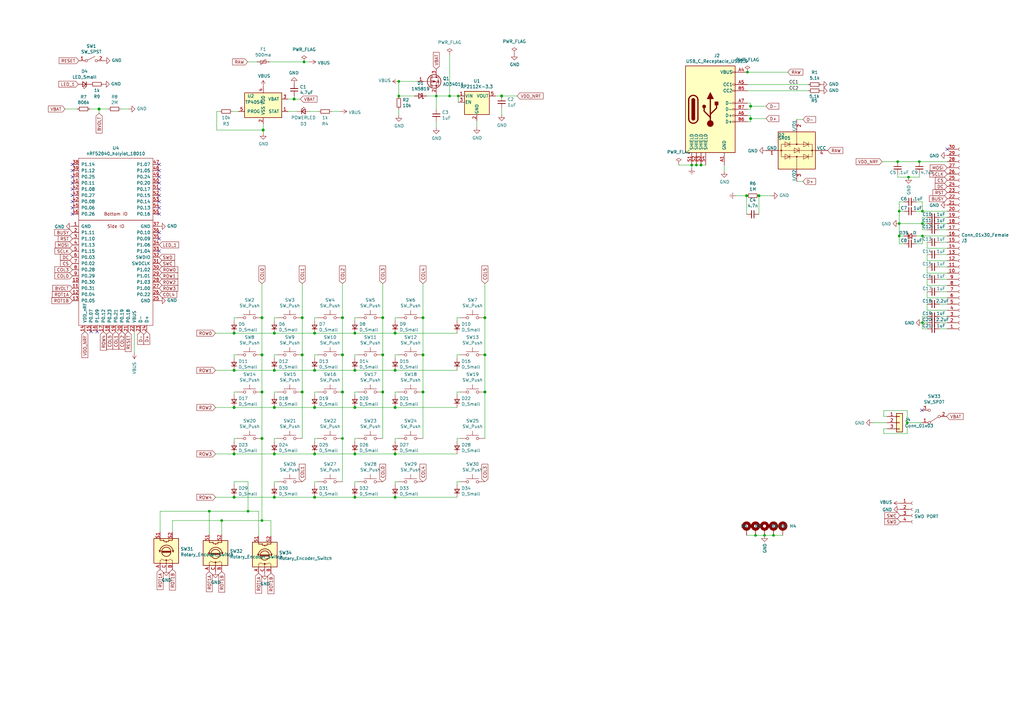
<source format=kicad_sch>
(kicad_sch (version 20211123) (generator eeschema)
  (paper "A3")
  (title_block (title "Hakea Wireless Keyboard") (date "2022-01-09") (rev "1.0") (company "TKW"))
  (junction (at 173.482 145.542) (diameter 1.016))
  (junction (at 112.522 203.962) (diameter 1.016))
  (junction (at 162.052 186.182) (diameter 1.016))
  (junction (at 307.848 48.641) (diameter 1.016))
  (junction (at 101.727 209.677))
  (junction (at 377.063 66.294))
  (junction (at 145.542 167.132) (diameter 1.016))
  (junction (at 163.576 33.401))
  (junction (at 317.246 219.583))
  (junction (at 85.852 209.677))
  (junction (at 112.522 136.652) (diameter 1.016))
  (junction (at 187.96 39.37))
  (junction (at 287.528 67.691))
  (junction (at 368.173 66.294))
  (junction (at 112.522 186.182) (diameter 1.016))
  (junction (at 90.932 213.487))
  (junction (at 163.576 39.37))
  (junction (at 198.882 145.542) (diameter 1.016))
  (junction (at 307.848 43.561) (diameter 1.016))
  (junction (at 107.442 130.302) (diameter 1.016))
  (junction (at 107.442 145.542) (diameter 1.016))
  (junction (at 372.618 72.644))
  (junction (at 129.032 203.962) (diameter 1.016))
  (junction (at 311.277 80.264) (diameter 1.016))
  (junction (at 162.052 167.132) (diameter 1.016))
  (junction (at 309.88 219.583))
  (junction (at 378.333 91.694))
  (junction (at 162.052 203.962) (diameter 1.016))
  (junction (at 140.462 130.302) (diameter 1.016))
  (junction (at 96.012 186.182) (diameter 1.016))
  (junction (at 162.052 151.892) (diameter 1.016))
  (junction (at 123.952 160.782) (diameter 1.016))
  (junction (at 140.462 145.542) (diameter 1.016))
  (junction (at 283.718 67.691))
  (junction (at 107.95 53.34) (diameter 1.016))
  (junction (at 96.012 136.652) (diameter 1.016))
  (junction (at 107.442 179.832) (diameter 1.016))
  (junction (at 378.333 96.774))
  (junction (at 129.032 136.652) (diameter 1.016))
  (junction (at 112.522 167.132) (diameter 1.016))
  (junction (at 156.972 145.542) (diameter 1.016))
  (junction (at 306.578 29.591))
  (junction (at 156.972 130.302) (diameter 1.016))
  (junction (at 112.522 151.892) (diameter 1.016))
  (junction (at 120.65 40.64) (diameter 1.016))
  (junction (at 378.333 132.334))
  (junction (at 96.012 167.132) (diameter 1.016))
  (junction (at 140.462 179.832))
  (junction (at 129.032 186.182) (diameter 1.016))
  (junction (at 378.333 86.614))
  (junction (at 129.032 151.892) (diameter 1.016))
  (junction (at 198.882 160.782) (diameter 1.016))
  (junction (at 173.482 160.782) (diameter 1.016))
  (junction (at 96.012 203.962) (diameter 1.016))
  (junction (at 198.882 130.302) (diameter 1.016))
  (junction (at 107.442 160.782) (diameter 1.016))
  (junction (at 173.482 130.302) (diameter 1.016))
  (junction (at 40.64 44.704) (diameter 1.016))
  (junction (at 145.542 136.652) (diameter 1.016))
  (junction (at 178.943 39.37))
  (junction (at 306.197 80.264) (diameter 1.016))
  (junction (at 124.714 25.4))
  (junction (at 313.563 219.583))
  (junction (at 145.542 186.182) (diameter 1.016))
  (junction (at 372.11 173.355))
  (junction (at 123.952 130.302) (diameter 1.016))
  (junction (at 140.462 160.782) (diameter 1.016))
  (junction (at 162.052 136.652) (diameter 1.016))
  (junction (at 145.542 151.892) (diameter 1.016))
  (junction (at 285.623 67.691))
  (junction (at 368.808 91.694))
  (junction (at 96.012 151.892) (diameter 1.016))
  (junction (at 368.808 86.614))
  (junction (at 107.442 213.487))
  (junction (at 129.032 167.132) (diameter 1.016))
  (junction (at 368.808 96.774))
  (junction (at 184.404 39.37))
  (junction (at 123.952 145.542) (diameter 1.016))
  (junction (at 156.972 160.782) (diameter 1.016))
  (junction (at 205.74 39.37) (diameter 1.016))
  (junction (at 145.542 203.962) (diameter 1.016))
  (no_connect (at 378.079 168.275))
  (no_connect (at 65.278 102.997))
  (no_connect (at 388.493 61.214))
  (no_connect (at 29.718 72.517))
  (no_connect (at 29.718 69.977))
  (no_connect (at 29.718 77.597))
  (no_connect (at 29.718 75.057))
  (no_connect (at 29.718 67.437))
  (no_connect (at 65.278 72.517))
  (no_connect (at 65.278 75.057))
  (no_connect (at 65.278 77.597))
  (no_connect (at 65.278 82.677))
  (no_connect (at 65.278 67.437))
  (no_connect (at 65.278 69.977))
  (no_connect (at 65.278 80.137))
  (no_connect (at 65.278 85.217))
  (no_connect (at 65.278 87.757))
  (no_connect (at 29.718 80.137))
  (no_connect (at 29.718 82.677))
  (no_connect (at 29.718 85.217))
  (no_connect (at 29.718 87.757))
  (no_connect (at 37.338 136.017))
  (no_connect (at 39.878 136.017))
  (no_connect (at 65.278 95.377))
  (no_connect (at 65.278 97.917))
  (wire (pts (xy 156.972 130.302) (xy 156.972 145.542)))
  (wire (pts (xy 306.197 219.583) (xy 309.88 219.583)))
  (wire (pts (xy 187.452 197.612) (xy 188.722 197.612)))
  (wire (pts (xy 307.848 42.291) (xy 307.848 43.561)))
  (wire (pts (xy 306.578 42.291) (xy 307.848 42.291)))
  (wire (pts (xy 112.522 181.102) (xy 112.522 179.832)))
  (wire (pts (xy 36.83 44.704) (xy 40.64 44.704)))
  (wire (pts (xy 129.032 151.892) (xy 145.542 151.892)))
  (wire (pts (xy 163.576 33.401) (xy 171.323 33.401)))
  (wire (pts (xy 88.392 167.132) (xy 96.012 167.132)))
  (wire (pts (xy 129.032 160.782) (xy 130.302 160.782)))
  (wire (pts (xy 129.032 181.102) (xy 129.032 179.832)))
  (wire (pts (xy 120.65 40.64) (xy 123.19 40.64)))
  (wire (pts (xy 95.25 45.72) (xy 97.79 45.72)))
  (wire (pts (xy 140.462 130.302) (xy 140.462 145.542)))
  (wire (pts (xy 101.727 197.612) (xy 101.727 209.677)))
  (wire (pts (xy 88.9 45.72) (xy 88.9 53.34)))
  (wire (pts (xy 195.58 49.53) (xy 195.58 52.197)))
  (wire (pts (xy 380.238 112.014) (xy 388.493 112.014)))
  (wire (pts (xy 96.012 130.302) (xy 97.282 130.302)))
  (wire (pts (xy 112.522 198.882) (xy 112.522 197.612)))
  (wire (pts (xy 380.238 106.934) (xy 388.493 106.934)))
  (wire (pts (xy 307.848 43.561) (xy 314.198 43.561)))
  (wire (pts (xy 40.64 44.704) (xy 40.64 46.482)))
  (wire (pts (xy 198.882 145.542) (xy 198.882 160.782)))
  (wire (pts (xy 96.012 145.542) (xy 97.282 145.542)))
  (wire (pts (xy 311.277 87.884) (xy 311.277 80.264)))
  (wire (pts (xy 65.659 218.313) (xy 65.659 209.677)))
  (wire (pts (xy 49.53 44.704) (xy 52.832 44.704)))
  (wire (pts (xy 307.848 44.831) (xy 306.578 44.831)))
  (wire (pts (xy 306.197 80.264) (xy 306.197 87.884)))
  (wire (pts (xy 88.392 136.652) (xy 96.012 136.652)))
  (wire (pts (xy 145.542 146.812) (xy 145.542 145.542)))
  (wire (pts (xy 187.452 181.102) (xy 187.452 179.832)))
  (wire (pts (xy 112.522 136.652) (xy 129.032 136.652)))
  (wire (pts (xy 96.012 186.182) (xy 112.522 186.182)))
  (wire (pts (xy 378.333 96.774) (xy 375.793 96.774)))
  (wire (pts (xy 306.578 47.371) (xy 307.848 47.371)))
  (wire (pts (xy 178.943 49.784) (xy 178.943 52.324)))
  (wire (pts (xy 123.952 116.332) (xy 123.952 130.302)))
  (wire (pts (xy 368.173 72.644) (xy 372.618 72.644)))
  (wire (pts (xy 70.739 213.487) (xy 90.932 213.487)))
  (wire (pts (xy 162.052 145.542) (xy 163.322 145.542)))
  (wire (pts (xy 118.11 40.64) (xy 120.65 40.64)))
  (wire (pts (xy 112.522 131.572) (xy 112.522 130.302)))
  (wire (pts (xy 106.045 219.837) (xy 106.045 209.677)))
  (wire (pts (xy 112.522 197.612) (xy 113.792 197.612)))
  (wire (pts (xy 162.052 197.612) (xy 163.322 197.612)))
  (wire (pts (xy 388.493 132.334) (xy 385.318 132.334)))
  (wire (pts (xy 388.493 134.874) (xy 385.318 134.874)))
  (wire (pts (xy 372.11 173.355) (xy 378.079 173.355)))
  (wire (pts (xy 163.576 33.401) (xy 163.576 39.37)))
  (wire (pts (xy 380.238 99.314) (xy 380.238 101.854)))
  (wire (pts (xy 65.659 209.677) (xy 85.852 209.677)))
  (wire (pts (xy 388.493 96.774) (xy 378.333 96.774)))
  (wire (pts (xy 368.808 96.774) (xy 370.713 96.774)))
  (wire (pts (xy 129.032 131.572) (xy 129.032 130.302)))
  (wire (pts (xy 85.852 219.202) (xy 85.852 209.677)))
  (wire (pts (xy 162.052 181.102) (xy 162.052 179.832)))
  (wire (pts (xy 380.238 127.254) (xy 388.493 127.254)))
  (wire (pts (xy 184.404 22.479) (xy 184.404 39.37)))
  (wire (pts (xy 145.542 197.612) (xy 146.812 197.612)))
  (wire (pts (xy 129.032 162.052) (xy 129.032 160.782)))
  (wire (pts (xy 145.542 186.182) (xy 162.052 186.182)))
  (wire (pts (xy 96.012 198.882) (xy 96.012 197.612)))
  (wire (pts (xy 285.623 67.691) (xy 287.528 67.691)))
  (wire (pts (xy 380.238 117.094) (xy 388.493 117.094)))
  (wire (pts (xy 163.576 39.37) (xy 163.576 39.624)))
  (wire (pts (xy 162.052 160.782) (xy 163.322 160.782)))
  (wire (pts (xy 377.063 72.644) (xy 377.063 71.374)))
  (wire (pts (xy 96.012 136.652) (xy 112.522 136.652)))
  (wire (pts (xy 378.333 82.804) (xy 378.333 86.614)))
  (wire (pts (xy 378.333 132.334) (xy 378.333 129.794)))
  (wire (pts (xy 145.542 162.052) (xy 145.542 160.782)))
  (wire (pts (xy 205.74 44.45) (xy 205.74 46.99)))
  (wire (pts (xy 375.793 82.804) (xy 378.333 82.804)))
  (wire (pts (xy 156.972 116.332) (xy 156.972 130.302)))
  (wire (pts (xy 380.238 119.634) (xy 380.238 122.174)))
  (wire (pts (xy 90.932 213.487) (xy 107.442 213.487)))
  (wire (pts (xy 140.462 145.542) (xy 140.462 160.782)))
  (wire (pts (xy 55.118 144.653) (xy 55.118 136.017)))
  (wire (pts (xy 357.886 173.355) (xy 363.855 173.355)))
  (wire (pts (xy 163.576 44.704) (xy 163.576 47.244)))
  (wire (pts (xy 96.012 131.572) (xy 96.012 130.302)))
  (wire (pts (xy 111.125 213.487) (xy 107.442 213.487)))
  (wire (pts (xy 187.452 146.812) (xy 187.452 145.542)))
  (wire (pts (xy 156.972 145.542) (xy 156.972 160.782)))
  (wire (pts (xy 388.493 124.714) (xy 385.318 124.714)))
  (wire (pts (xy 388.493 119.634) (xy 385.318 119.634)))
  (wire (pts (xy 380.238 122.174) (xy 388.493 122.174)))
  (wire (pts (xy 101.6 25.4) (xy 105.41 25.4)))
  (wire (pts (xy 156.972 160.782) (xy 156.972 179.832)))
  (wire (pts (xy 145.542 160.782) (xy 146.812 160.782)))
  (wire (pts (xy 145.542 203.962) (xy 162.052 203.962)))
  (wire (pts (xy 162.052 146.812) (xy 162.052 145.542)))
  (wire (pts (xy 118.11 45.72) (xy 121.92 45.72)))
  (wire (pts (xy 140.462 179.832) (xy 140.462 197.612)))
  (wire (pts (xy 107.95 50.8) (xy 107.95 53.34)))
  (wire (pts (xy 96.012 197.612) (xy 101.727 197.612)))
  (wire (pts (xy 380.238 104.394) (xy 380.238 106.934)))
  (wire (pts (xy 90.17 45.72) (xy 88.9 45.72)))
  (wire (pts (xy 40.64 44.704) (xy 44.45 44.704)))
  (wire (pts (xy 96.012 203.962) (xy 112.522 203.962)))
  (wire (pts (xy 175.006 39.37) (xy 178.943 39.37)))
  (wire (pts (xy 173.482 116.332) (xy 173.482 130.302)))
  (wire (pts (xy 380.238 109.474) (xy 380.238 112.014)))
  (wire (pts (xy 163.576 39.37) (xy 169.926 39.37)))
  (wire (pts (xy 326.771 74.422) (xy 329.311 74.422)))
  (wire (pts (xy 107.95 53.34) (xy 107.95 54.61)))
  (wire (pts (xy 178.943 39.37) (xy 178.943 44.704)))
  (wire (pts (xy 145.542 136.652) (xy 162.052 136.652)))
  (wire (pts (xy 96.012 162.052) (xy 96.012 160.782)))
  (wire (pts (xy 162.052 186.182) (xy 187.452 186.182)))
  (wire (pts (xy 173.482 160.782) (xy 173.482 179.832)))
  (wire (pts (xy 145.542 151.892) (xy 162.052 151.892)))
  (wire (pts (xy 375.793 86.614) (xy 378.333 86.614)))
  (wire (pts (xy 283.718 67.691) (xy 285.623 67.691)))
  (wire (pts (xy 85.852 209.677) (xy 101.727 209.677)))
  (wire (pts (xy 123.952 160.782) (xy 123.952 179.832)))
  (wire (pts (xy 124.714 25.4) (xy 127 25.4)))
  (wire (pts (xy 145.542 181.102) (xy 145.542 179.832)))
  (wire (pts (xy 368.808 86.614) (xy 368.808 91.694)))
  (wire (pts (xy 145.542 179.832) (xy 146.812 179.832)))
  (wire (pts (xy 107.442 116.332) (xy 107.442 130.302)))
  (wire (pts (xy 129.032 167.132) (xy 145.542 167.132)))
  (wire (pts (xy 301.752 80.264) (xy 306.197 80.264)))
  (wire (pts (xy 145.542 145.542) (xy 146.812 145.542)))
  (wire (pts (xy 283.718 67.691) (xy 278.384 67.691)))
  (wire (pts (xy 205.74 39.37) (xy 212.09 39.37)))
  (wire (pts (xy 123.952 130.302) (xy 123.952 145.542)))
  (wire (pts (xy 187.452 131.572) (xy 187.452 130.302)))
  (wire (pts (xy 112.522 203.962) (xy 129.032 203.962)))
  (wire (pts (xy 388.493 109.474) (xy 385.318 109.474)))
  (wire (pts (xy 380.238 114.554) (xy 380.238 117.094)))
  (wire (pts (xy 287.528 67.691) (xy 289.433 67.691)))
  (wire (pts (xy 107.442 160.782) (xy 107.442 179.832)))
  (wire (pts (xy 187.452 179.832) (xy 188.722 179.832)))
  (wire (pts (xy 323.088 29.591) (xy 306.578 29.591)))
  (wire (pts (xy 361.823 66.294) (xy 368.173 66.294)))
  (wire (pts (xy 283.718 68.961) (xy 283.718 67.691)))
  (wire (pts (xy 362.458 177.8) (xy 372.11 177.8)))
  (wire (pts (xy 112.522 146.812) (xy 112.522 145.542)))
  (wire (pts (xy 378.333 86.614) (xy 388.493 86.614)))
  (wire (pts (xy 107.442 179.832) (xy 107.442 213.487)))
  (wire (pts (xy 306.578 34.671) (xy 331.597 34.671)))
  (wire (pts (xy 388.493 114.554) (xy 385.318 114.554)))
  (wire (pts (xy 368.173 71.374) (xy 368.173 72.644)))
  (wire (pts (xy 368.808 82.804) (xy 368.808 86.614)))
  (wire (pts (xy 317.246 219.583) (xy 321.056 219.583)))
  (wire (pts (xy 96.012 151.892) (xy 112.522 151.892)))
  (wire (pts (xy 129.032 146.812) (xy 129.032 145.542)))
  (wire (pts (xy 184.404 39.37) (xy 187.96 39.37)))
  (wire (pts (xy 129.032 130.302) (xy 130.302 130.302)))
  (wire (pts (xy 96.012 167.132) (xy 112.522 167.132)))
  (wire (pts (xy 203.2 39.37) (xy 205.74 39.37)))
  (wire (pts (xy 162.052 131.572) (xy 162.052 130.302)))
  (wire (pts (xy 145.542 167.132) (xy 162.052 167.132)))
  (wire (pts (xy 378.333 89.154) (xy 378.333 91.694)))
  (wire (pts (xy 110.49 25.4) (xy 124.714 25.4)))
  (wire (pts (xy 106.045 209.677) (xy 101.727 209.677)))
  (wire (pts (xy 178.943 38.481) (xy 178.943 39.37)))
  (wire (pts (xy 162.052 179.832) (xy 163.322 179.832)))
  (wire (pts (xy 127 45.72) (xy 130.81 45.72)))
  (wire (pts (xy 313.563 219.583) (xy 317.246 219.583)))
  (wire (pts (xy 380.238 91.694) (xy 378.333 91.694)))
  (wire (pts (xy 120.65 39.37) (xy 120.65 40.64)))
  (wire (pts (xy 70.739 218.313) (xy 70.739 213.487)))
  (wire (pts (xy 107.442 130.302) (xy 107.442 145.542)))
  (wire (pts (xy 307.848 47.371) (xy 307.848 48.641)))
  (wire (pts (xy 378.333 134.874) (xy 378.333 132.334)))
  (wire (pts (xy 198.882 160.782) (xy 198.882 179.832)))
  (wire (pts (xy 378.333 91.694) (xy 378.333 94.234)))
  (wire (pts (xy 178.943 39.37) (xy 184.404 39.37)))
  (wire (pts (xy 187.452 160.782) (xy 188.722 160.782)))
  (wire (pts (xy 107.442 145.542) (xy 107.442 160.782)))
  (wire (pts (xy 123.952 145.542) (xy 123.952 160.782)))
  (wire (pts (xy 378.333 91.694) (xy 368.808 91.694)))
  (wire (pts (xy 112.522 179.832) (xy 113.792 179.832)))
  (wire (pts (xy 378.333 129.794) (xy 380.238 129.794)))
  (wire (pts (xy 388.493 91.694) (xy 385.318 91.694)))
  (wire (pts (xy 96.012 146.812) (xy 96.012 145.542)))
  (wire (pts (xy 112.522 145.542) (xy 113.792 145.542)))
  (wire (pts (xy 129.032 136.652) (xy 145.542 136.652)))
  (wire (pts (xy 372.11 168.402) (xy 362.458 168.402)))
  (wire (pts (xy 370.713 86.614) (xy 368.808 86.614)))
  (wire (pts (xy 187.452 145.542) (xy 188.722 145.542)))
  (wire (pts (xy 372.11 173.355) (xy 372.11 168.402)))
  (wire (pts (xy 96.012 179.832) (xy 97.282 179.832)))
  (wire (pts (xy 129.032 203.962) (xy 145.542 203.962)))
  (wire (pts (xy 26.67 44.704) (xy 31.75 44.704)))
  (wire (pts (xy 112.522 167.132) (xy 129.032 167.132)))
  (wire (pts (xy 145.542 130.302) (xy 146.812 130.302)))
  (wire (pts (xy 368.173 66.294) (xy 377.063 66.294)))
  (wire (pts (xy 380.238 132.334) (xy 378.333 132.334)))
  (wire (pts (xy 187.452 198.882) (xy 187.452 197.612)))
  (wire (pts (xy 162.052 203.962) (xy 187.452 203.962)))
  (wire (pts (xy 326.771 49.022) (xy 329.311 49.022)))
  (wire (pts (xy 307.848 48.641) (xy 307.848 49.911)))
  (wire (pts (xy 173.482 145.542) (xy 173.482 160.782)))
  (wire (pts (xy 187.96 39.37) (xy 187.96 41.91)))
  (wire (pts (xy 88.9 53.34) (xy 107.95 53.34)))
  (wire (pts (xy 96.012 181.102) (xy 96.012 179.832)))
  (wire (pts (xy 162.052 167.132) (xy 187.452 167.132)))
  (wire (pts (xy 388.493 99.314) (xy 385.318 99.314)))
  (wire (pts (xy 111.125 219.837) (xy 111.125 213.487)))
  (wire (pts (xy 173.482 130.302) (xy 173.482 145.542)))
  (wire (pts (xy 370.713 99.949) (xy 368.808 99.949)))
  (wire (pts (xy 306.578 37.211) (xy 331.597 37.211)))
  (wire (pts (xy 162.052 162.052) (xy 162.052 160.782)))
  (wire (pts (xy 129.032 186.182) (xy 145.542 186.182)))
  (wire (pts (xy 145.542 198.882) (xy 145.542 197.612)))
  (wire (pts (xy 370.713 82.804) (xy 368.808 82.804)))
  (wire (pts (xy 297.053 67.691) (xy 297.053 70.231)))
  (wire (pts (xy 309.88 219.583) (xy 313.563 219.583)))
  (wire (pts (xy 380.238 124.714) (xy 380.238 127.254)))
  (wire (pts (xy 375.793 99.949) (xy 378.333 99.949)))
  (wire (pts (xy 278.384 67.691) (xy 278.384 67.437)))
  (wire (pts (xy 378.333 94.234) (xy 380.238 94.234)))
  (wire (pts (xy 198.882 130.302) (xy 198.882 145.542)))
  (wire (pts (xy 112.522 151.892) (xy 129.032 151.892)))
  (wire (pts (xy 129.032 198.882) (xy 129.032 197.612)))
  (wire (pts (xy 363.855 175.895) (xy 362.458 175.895)))
  (wire (pts (xy 362.458 175.895) (xy 362.458 177.8)))
  (wire (pts (xy 362.458 168.402) (xy 362.458 170.815)))
  (wire (pts (xy 368.808 99.949) (xy 368.808 96.774)))
  (wire (pts (xy 307.848 49.911) (xy 306.578 49.911)))
  (wire (pts (xy 112.522 160.782) (xy 113.792 160.782)))
  (wire (pts (xy 378.333 99.949) (xy 378.333 96.774)))
  (wire (pts (xy 129.032 145.542) (xy 130.302 145.542)))
  (wire (pts (xy 377.063 66.294) (xy 388.493 66.294)))
  (wire (pts (xy 145.542 131.572) (xy 145.542 130.302)))
  (wire (pts (xy 380.238 134.874) (xy 378.333 134.874)))
  (wire (pts (xy 388.493 129.794) (xy 385.318 129.794)))
  (wire (pts (xy 385.318 94.234) (xy 388.493 94.234)))
  (wire (pts (xy 112.522 186.182) (xy 129.032 186.182)))
  (wire (pts (xy 135.89 45.72) (xy 139.7 45.72)))
  (wire (pts (xy 362.458 170.815) (xy 363.855 170.815)))
  (wire (pts (xy 372.618 72.644) (xy 377.063 72.644)))
  (wire (pts (xy 162.052 136.652) (xy 187.452 136.652)))
  (wire (pts (xy 187.452 162.052) (xy 187.452 160.782)))
  (wire (pts (xy 162.052 151.892) (xy 187.452 151.892)))
  (wire (pts (xy 88.392 203.962) (xy 96.012 203.962)))
  (wire (pts (xy 112.522 130.302) (xy 113.792 130.302)))
  (wire (pts (xy 88.392 151.892) (xy 96.012 151.892)))
  (wire (pts (xy 307.848 43.561) (xy 307.848 44.831)))
  (wire (pts (xy 388.493 89.154) (xy 385.318 89.154)))
  (wire (pts (xy 380.238 101.854) (xy 388.493 101.854)))
  (wire (pts (xy 388.493 104.394) (xy 385.318 104.394)))
  (wire (pts (xy 129.032 197.612) (xy 130.302 197.612)))
  (wire (pts (xy 380.238 89.154) (xy 378.333 89.154)))
  (wire (pts (xy 372.11 177.8) (xy 372.11 173.355)))
  (wire (pts (xy 88.392 186.182) (xy 96.012 186.182)))
  (wire (pts (xy 187.452 130.302) (xy 188.722 130.302)))
  (wire (pts (xy 112.522 162.052) (xy 112.522 160.782)))
  (wire (pts (xy 140.462 116.332) (xy 140.462 130.302)))
  (wire (pts (xy 162.052 130.302) (xy 163.322 130.302)))
  (wire (pts (xy 198.882 116.332) (xy 198.882 130.302)))
  (wire (pts (xy 129.032 179.832) (xy 130.302 179.832)))
  (wire (pts (xy 140.462 160.782) (xy 140.462 179.832)))
  (wire (pts (xy 311.277 80.264) (xy 316.357 80.264)))
  (wire (pts (xy 368.808 91.694) (xy 368.808 96.774)))
  (wire (pts (xy 90.932 219.202) (xy 90.932 213.487)))
  (wire (pts (xy 96.012 160.782) (xy 97.282 160.782)))
  (wire (pts (xy 307.848 48.641) (xy 314.198 48.641)))
  (wire (pts (xy 162.052 198.882) (xy 162.052 197.612)))
  (label "CC1" (at 323.596 34.671 0))
  (label "CC2" (at 323.596 37.211 0))
  (global_label "ROW2" (shape input) (at 88.392 167.132 180) (property "Intersheet References" "${INTERSHEET_REFS}" (effects hide)))
  (global_label "ROW0" (shape input) (at 88.392 136.652 180) (property "Intersheet References" "${INTERSHEET_REFS}" (effects hide)))
  (global_label "D-" (shape input) (at 329.311 49.022 0) (property "Intersheet References" "${INTERSHEET_REFS}" (effects hide)))
  (global_label "COL0" (shape input) (at 107.442 116.332 90) (property "Intersheet References" "${INTERSHEET_REFS}" (effects hide)))
  (global_label "BUSY" (shape input) (at 29.718 95.377 180) (property "Intersheet References" "${INTERSHEET_REFS}" (effects hide)))
  (global_label "COL3" (shape input) (at 156.972 116.332 90) (property "Intersheet References" "${INTERSHEET_REFS}" (effects hide)))
  (global_label "COL1" (shape input) (at 123.952 116.332 90) (property "Intersheet References" "${INTERSHEET_REFS}" (effects hide)))
  (global_label "ROW3" (shape input) (at 88.392 186.182 180) (property "Intersheet References" "${INTERSHEET_REFS}" (effects hide)))
  (global_label "MOSI" (shape input) (at 29.718 100.457 180) (property "Intersheet References" "${INTERSHEET_REFS}" (effects hide)))
  (global_label "VBAT" (shape input) (at 178.943 28.321 90) (property "Intersheet References" "${INTERSHEET_REFS}" (effects hide)))
  (global_label "D-" (shape input) (at 314.198 43.561 0) (property "Intersheet References" "${INTERSHEET_REFS}" (effects hide)))
  (global_label "COL2" (shape input) (at 50.038 136.017 270) (property "Intersheet References" "${INTERSHEET_REFS}" (effects hide)))
  (global_label "SCLK" (shape input) (at 29.718 102.997 180) (property "Intersheet References" "${INTERSHEET_REFS}" (effects hide)))
  (global_label "BVOLT" (shape input) (at 40.64 46.482 270) (property "Intersheet References" "${INTERSHEET_REFS}" (effects hide)))
  (global_label "LED_1" (shape input) (at 65.278 100.457 0) (property "Intersheet References" "${INTERSHEET_REFS}" (effects hide)))
  (global_label "SCLK" (shape input) (at 388.493 71.374 180) (property "Intersheet References" "${INTERSHEET_REFS}" (effects hide)))
  (global_label "ROW4" (shape input) (at 42.418 136.017 270) (property "Intersheet References" "${INTERSHEET_REFS}" (effects hide)))
  (global_label "COL3" (shape input) (at 29.718 110.617 180) (property "Intersheet References" "${INTERSHEET_REFS}" (effects hide)))
  (global_label "COL1" (shape input) (at 47.498 136.017 270) (property "Intersheet References" "${INTERSHEET_REFS}" (effects hide)))
  (global_label "DC" (shape input) (at 29.718 105.537 180) (property "Intersheet References" "${INTERSHEET_REFS}" (effects hide)))
  (global_label "COL0" (shape input) (at 156.972 197.612 90) (property "Intersheet References" "${INTERSHEET_REFS}" (effects hide)))
  (global_label "ROT1A" (shape input) (at 106.045 235.077 270) (property "Intersheet References" "${INTERSHEET_REFS}" (effects hide)))
  (global_label "RST" (shape input) (at 388.493 78.994 180) (property "Intersheet References" "${INTERSHEET_REFS}" (effects hide)))
  (global_label "COL3" (shape input) (at 198.882 197.612 90) (property "Intersheet References" "${INTERSHEET_REFS}" (effects hide)))
  (global_label "LED_1" (shape input) (at 32.131 34.544 180) (property "Intersheet References" "${INTERSHEET_REFS}" (effects hide)))
  (global_label "RST" (shape input) (at 29.718 97.917 180) (property "Intersheet References" "${INTERSHEET_REFS}" (effects hide)))
  (global_label "ROT1B" (shape input) (at 29.718 123.317 180) (property "Intersheet References" "${INTERSHEET_REFS}" (effects hide)))
  (global_label "COL4" (shape input) (at 65.278 120.777 0) (property "Intersheet References" "${INTERSHEET_REFS}" (effects hide)))
  (global_label "BUSY" (shape input) (at 388.493 81.534 180) (property "Intersheet References" "${INTERSHEET_REFS}" (effects hide)))
  (global_label "COL4" (shape input) (at 173.482 197.612 90) (property "Intersheet References" "${INTERSHEET_REFS}" (effects hide)))
  (global_label "COL5" (shape input) (at 198.882 116.332 90) (property "Intersheet References" "${INTERSHEET_REFS}" (effects hide)))
  (global_label "DC" (shape input) (at 388.493 76.454 180) (property "Intersheet References" "${INTERSHEET_REFS}" (effects hide)))
  (global_label "ROW3" (shape input) (at 65.278 118.237 0) (property "Intersheet References" "${INTERSHEET_REFS}" (effects hide)))
  (global_label "D+" (shape input) (at 314.198 48.641 0) (property "Intersheet References" "${INTERSHEET_REFS}" (effects hide)))
  (global_label "D+" (shape input) (at 60.198 136.017 270) (property "Intersheet References" "${INTERSHEET_REFS}" (effects hide)))
  (global_label "ROT1B" (shape input) (at 90.932 234.442 270) (property "Intersheet References" "${INTERSHEET_REFS}" (effects hide)))
  (global_label "VDD_NRF" (shape input) (at 361.823 66.294 180) (property "Intersheet References" "${INTERSHEET_REFS}" (effects hide)))
  (global_label "COL2" (shape input) (at 140.462 116.332 90) (property "Intersheet References" "${INTERSHEET_REFS}" (effects hide)))
  (global_label "ROT1A" (shape input) (at 85.852 234.442 270) (property "Intersheet References" "${INTERSHEET_REFS}" (effects hide)))
  (global_label "ROT1B" (shape input) (at 111.125 235.077 270) (property "Intersheet References" "${INTERSHEET_REFS}" (effects hide)))
  (global_label "ROT1A" (shape input) (at 65.659 233.553 270) (property "Intersheet References" "${INTERSHEET_REFS}" (effects hide)))
  (global_label "RESET" (shape input) (at 32.385 24.892 180) (property "Intersheet References" "${INTERSHEET_REFS}" (effects hide)))
  (global_label "RAW" (shape input) (at 101.6 25.4 180) (property "Intersheet References" "${INTERSHEET_REFS}" (effects hide)))
  (global_label "VBAT" (shape input) (at 123.19 40.64 0) (property "Intersheet References" "${INTERSHEET_REFS}" (effects hide)))
  (global_label "MOSI" (shape input) (at 388.493 68.834 180) (property "Intersheet References" "${INTERSHEET_REFS}" (effects hide)))
  (global_label "BVOLT" (shape input) (at 29.718 118.237 180) (property "Intersheet References" "${INTERSHEET_REFS}" (effects hide)))
  (global_label "ROW4" (shape input) (at 88.392 203.962 180) (property "Intersheet References" "${INTERSHEET_REFS}" (effects hide)))
  (global_label "VBAT" (shape input) (at 388.239 170.815 0) (property "Intersheet References" "${INTERSHEET_REFS}" (effects hide)))
  (global_label "SWD" (shape input) (at 369.189 213.995 180) (property "Intersheet References" "${INTERSHEET_REFS}" (effects hide)))
  (global_label "VDD_NRF" (shape input) (at 212.09 39.37 0) (property "Intersheet References" "${INTERSHEET_REFS}" (effects hide)))
  (global_label "ROW1" (shape input) (at 65.278 113.157 0) (property "Intersheet References" "${INTERSHEET_REFS}" (effects hide)))
  (global_label "VBAT" (shape input) (at 26.67 44.704 180) (property "Intersheet References" "${INTERSHEET_REFS}" (effects hide)))
  (global_label "COL4" (shape input) (at 173.482 116.332 90) (property "Intersheet References" "${INTERSHEET_REFS}" (effects hide)))
  (global_label "D+" (shape input) (at 329.311 74.422 0) (property "Intersheet References" "${INTERSHEET_REFS}" (effects hide)))
  (global_label "VDD_NRF" (shape input) (at 34.798 136.017 270) (property "Intersheet References" "${INTERSHEET_REFS}" (effects hide)))
  (global_label "RAW" (shape input) (at 339.471 61.722 0) (property "Intersheet References" "${INTERSHEET_REFS}" (effects hide)))
  (global_label "SWD" (shape input) (at 65.278 105.537 0) (property "Intersheet References" "${INTERSHEET_REFS}" (effects hide)))
  (global_label "ROW0" (shape input) (at 65.278 110.617 0) (property "Intersheet References" "${INTERSHEET_REFS}" (effects hide)))
  (global_label "CS" (shape input) (at 388.493 73.914 180) (property "Intersheet References" "${INTERSHEET_REFS}" (effects hide)))
  (global_label "CS" (shape input) (at 29.718 108.077 180) (property "Intersheet References" "${INTERSHEET_REFS}" (effects hide)))
  (global_label "ROT1A" (shape input) (at 29.718 120.777 180) (property "Intersheet References" "${INTERSHEET_REFS}" (effects hide)))
  (global_label "COL5" (shape input) (at 44.958 136.017 270) (property "Intersheet References" "${INTERSHEET_REFS}" (effects hide)))
  (global_label "RESET" (shape input) (at 52.578 136.017 270) (property "Intersheet References" "${INTERSHEET_REFS}" (effects hide)))
  (global_label "RAW" (shape input) (at 323.088 29.591 0) (property "Intersheet References" "${INTERSHEET_REFS}" (effects hide)))
  (global_label "ROW2" (shape input) (at 65.278 115.697 0) (property "Intersheet References" "${INTERSHEET_REFS}" (effects hide)))
  (global_label "COL1" (shape input) (at 123.952 197.612 90) (property "Intersheet References" "${INTERSHEET_REFS}" (effects hide)))
  (global_label "D-" (shape input) (at 57.658 136.017 270) (property "Intersheet References" "${INTERSHEET_REFS}" (effects hide)))
  (global_label "SWC" (shape input) (at 65.278 108.077 0) (property "Intersheet References" "${INTERSHEET_REFS}" (effects hide)))
  (global_label "ROW1" (shape input) (at 88.392 151.892 180) (property "Intersheet References" "${INTERSHEET_REFS}" (effects hide)))
  (global_label "ROT1B" (shape input) (at 70.739 233.553 270) (property "Intersheet References" "${INTERSHEET_REFS}" (effects hide)))
  (global_label "SWC" (shape input) (at 369.189 211.455 180) (property "Intersheet References" "${INTERSHEET_REFS}" (effects hide)))
  (global_label "COL0" (shape input) (at 29.718 113.157 180) (property "Intersheet References" "${INTERSHEET_REFS}" (effects hide)))
  (symbol (lib_id "nrf52840_holyiot_18010:nRF52840_holyiot_18010") (at 47.498 99.187 0) (unit 1)
    (property "Reference" "U4" (at 47.498 60.706 0))
    (property "Value" "nRF52840_holyiot_18010" (at 47.498 63.0174 0))
    (property "Footprint" "Grandiceps:nRF52840_holyiot_18010_copy" (effects hide))
    (property "Datasheet" "http://www.holyiot.com/tp/2019042516322180424.pdf" (effects hide))
  )
  (symbol (lib_id "power:GND") (at 65.278 92.837 90) (unit 1)
    (property "Reference" "#PWR023" (effects hide))
    (property "Value" "GND" (at 68.5292 92.71 90) (effects (justify right)))
  )
  (symbol (lib_id "power:GND") (at 29.718 92.837 270) (unit 1)
    (property "Reference" "#PWR022" (effects hide))
    (property "Value" "GND" (at 26.4668 92.964 90) (effects (justify right)))
  )
  (symbol (lib_id "power:GND") (at 65.278 123.317 90) (unit 1)
    (property "Reference" "#PWR025" (effects hide))
    (property "Value" "GND" (at 68.5292 123.19 90) (effects (justify right)))
  )
  (symbol (lib_id "power:GND") (at 369.189 208.915 270) (unit 1)
    (property "Reference" "#PWR031" (effects hide))
    (property "Value" "GND" (at 365.9378 209.042 90) (effects (justify right)))
  )
  (symbol (lib_id "power:Earth") (at 301.752 80.264 270) (unit 1)
    (property "Reference" "#PWR017" (effects hide))
    (property "Value" "Earth" (effects hide))
  )
  (symbol (lib_id "Device:R_Small") (at 308.737 80.264 270) (unit 1)
    (property "Reference" "R6" (at 308.737 75.2856 90))
    (property "Value" "1M" (at 308.737 77.597 90))
    (property "Footprint" "Library:R_0805_2012Metric" (effects hide))
  )
  (symbol (lib_id "Device:C_Small") (at 308.737 87.884 270) (unit 1)
    (property "Reference" "C4" (at 308.737 82.0674 90))
    (property "Value" "4.7n" (at 308.737 84.3788 90))
    (property "Footprint" "Library:C_1206_3216Metric" (effects hide))
  )
  (symbol (lib_id "power:GND") (at 316.357 80.264 90) (unit 1)
    (property "Reference" "#PWR018" (effects hide))
    (property "Value" "GND" (at 319.6082 80.137 90) (effects (justify right)))
  )
  (symbol (lib_id "Device:Polyfuse_Small") (at 107.95 25.4 270) (unit 1)
    (property "Reference" "F1" (at 107.95 20.193 90))
    (property "Value" "500ma" (at 107.95 22.5044 90))
    (property "Footprint" "Library:Fuse_1206_3216Metric" (effects hide))
  )
  (symbol (lib_id "power:VBUS") (at 127 25.4 270) (unit 1)
    (property "Reference" "#PWR01" (effects hide))
    (property "Value" "VBUS" (at 130.2512 25.781 90) (effects (justify left)))
  )
  (symbol (lib_id "Battery_Management:MCP73831-3-OT") (at 107.95 43.18 0) (unit 1)
    (property "Reference" "U2" (at 102.87 39.37 0))
    (property "Value" "TP4054" (at 104.14 41.91 0))
    (property "Footprint" "Package_TO_SOT_SMD:SOT-23-5" (effects hide))
    (property "Datasheet" "http://ww1.microchip.com/downloads/en/DeviceDoc/20001984g.pdf" (effects hide))
  )
  (symbol (lib_id "power:VBUS") (at 107.95 35.56 0) (unit 1)
    (property "Reference" "#PWR06" (effects hide))
    (property "Value" "VBUS" (at 108.331 31.1658 0))
  )
  (symbol (lib_id "power:GND") (at 107.95 54.61 0) (unit 1)
    (property "Reference" "#PWR015" (effects hide))
    (property "Value" "GND" (at 108.077 59.0042 0))
  )
  (symbol (lib_id "Device:R_Small") (at 92.71 45.72 90) (unit 1)
    (property "Reference" "R3" (at 92.71 50.8 90))
    (property "Value" "10k" (at 92.71 48.26 90))
    (property "Footprint" "Library:R_0805_2012Metric" (effects hide))
  )
  (symbol (lib_id "Device:LED_Small") (at 124.46 45.72 0) (unit 1)
    (property "Reference" "D3" (at 124.46 50.8 0))
    (property "Value" "POWERLED" (at 124.46 48.26 0))
    (property "Footprint" "Library:D_0805_2012Metric" (effects hide))
  )
  (symbol (lib_id "Device:R_Small") (at 133.35 45.72 270) (unit 1)
    (property "Reference" "R4" (at 133.35 50.8 90))
    (property "Value" "1k" (at 133.35 48.26 90))
    (property "Footprint" "Library:R_0805_2012Metric" (effects hide))
  )
  (symbol (lib_id "power:VBUS") (at 139.7 45.72 270) (unit 1)
    (property "Reference" "#PWR09" (effects hide))
    (property "Value" "VBUS" (at 142.9512 46.101 90) (effects (justify left)))
  )
  (symbol (lib_id "Device:C_Small") (at 120.65 36.83 180) (unit 1)
    (property "Reference" "C1" (at 122.9868 35.6616 0) (effects (justify right)))
    (property "Value" "4.7uF" (at 122.9868 37.973 0) (effects (justify right)))
    (property "Footprint" "Library:C_0805_2012Metric" (effects hide))
  )
  (symbol (lib_id "power:GND") (at 120.65 34.29 180) (unit 1)
    (property "Reference" "#PWR05" (effects hide))
    (property "Value" "GND" (at 120.523 29.8958 0))
  )
  (symbol (lib_id "Device:R_Small") (at 34.29 44.704 270) (unit 1)
    (property "Reference" "R7" (at 34.29 39.7256 90))
    (property "Value" "806k" (at 34.29 42.037 90))
    (property "Footprint" "Library:R_0805_2012Metric" (effects hide))
  )
  (symbol (lib_id "Device:R_Small") (at 46.99 44.704 270) (unit 1)
    (property "Reference" "R8" (at 46.99 39.7256 90))
    (property "Value" "2M" (at 46.99 42.037 90))
    (property "Footprint" "Library:R_0805_2012Metric" (effects hide))
  )
  (symbol (lib_id "power:GND") (at 52.832 44.704 90) (unit 1)
    (property "Reference" "#PWR020" (effects hide))
    (property "Value" "GND" (at 56.0832 44.577 90) (effects (justify right)))
  )
  (symbol (lib_id "Regulator_Linear:AP2112K-3.3") (at 195.58 41.91 0) (unit 1)
    (property "Reference" "U1" (at 195.58 33.2232 0))
    (property "Value" "AP2112K-3.3" (at 195.58 35.5346 0))
    (property "Footprint" "Package_TO_SOT_SMD:SOT-23-5" (effects hide))
    (property "Datasheet" "https://www.diodes.com/assets/Datasheets/AP2112.pdf" (effects hide))
  )
  (symbol (lib_id "power:GND") (at 195.58 52.197 0) (unit 1)
    (property "Reference" "#PWR013" (effects hide))
    (property "Value" "GND" (at 195.707 56.5912 0))
  )
  (symbol (lib_id "Transistor_FET:AO3401A") (at 176.403 33.401 0) (unit 1)
    (property "Reference" "Q1" (at 181.61 32.2326 0) (effects (justify left)))
    (property "Value" "AO3401A" (at 181.61 34.544 0) (effects (justify left)))
    (property "Footprint" "Package_TO_SOT_SMD:SOT-23" (effects hide))
    (property "Datasheet" "http://www.aosmd.com/pdfs/datasheet/AO3401A.pdf" (effects hide))
  )
  (symbol (lib_id "power:VBUS") (at 163.576 33.401 90) (unit 1)
    (property "Reference" "#PWR03" (effects hide))
    (property "Value" "VBUS" (at 160.3502 33.02 90) (effects (justify left)))
  )
  (symbol (lib_id "Device:R_Small") (at 163.576 42.164 0) (unit 1)
    (property "Reference" "R2" (at 165.0746 40.9956 0) (effects (justify left)))
    (property "Value" "10k" (at 165.0746 43.307 0) (effects (justify left)))
    (property "Footprint" "Library:R_0805_2012Metric" (effects hide))
  )
  (symbol (lib_id "Device:D_Schottky_Small") (at 172.466 39.37 180) (unit 1)
    (property "Reference" "D1" (at 172.466 34.1122 0))
    (property "Value" "1N5819" (at 172.466 36.4236 0))
    (property "Footprint" "Diode_SMD:D_SOD-123" (effects hide))
  )
  (symbol (lib_id "power:GND") (at 163.576 47.244 0) (unit 1)
    (property "Reference" "#PWR08" (effects hide))
    (property "Value" "GND" (at 163.703 51.6382 0))
  )
  (symbol (lib_id "power:VBUS") (at 55.118 144.653 180) (unit 1)
    (property "Reference" "#PWR026" (effects hide))
    (property "Value" "VBUS" (at 55.118 151.003 90))
  )
  (symbol (lib_id "Connector:Conn_01x04_Female") (at 374.269 208.915 0) (unit 1)
    (property "Reference" "J1" (at 374.9802 209.5246 0) (effects (justify left)))
    (property "Value" "SWD PORT" (at 374.9802 211.836 0) (effects (justify left)))
    (property "Footprint" "Library:PinHeader_1x04_P2.54mm_Vertical" (effects hide))
  )
  (symbol (lib_id "power:VBUS") (at 369.189 206.375 90) (unit 1)
    (property "Reference" "#PWR030" (effects hide))
    (property "Value" "VBUS" (at 365.9632 205.994 90) (effects (justify left)))
  )
  (symbol (lib_id "Switch:SW_SPST") (at 37.465 24.892 0) (unit 1)
    (property "Reference" "SW1" (at 37.465 18.923 0))
    (property "Value" "SW_SPST" (at 37.465 21.2344 0))
    (property "Footprint" "Library:TC-1101V" (effects hide))
  )
  (symbol (lib_id "power:GND") (at 42.545 24.892 90) (unit 1)
    (property "Reference" "#PWR019" (effects hide))
    (property "Value" "GND" (at 45.7962 24.765 90) (effects (justify right)))
  )
  (symbol (lib_id "Device:C_Small") (at 178.943 47.244 0) (unit 1)
    (property "Reference" "C3" (at 181.2798 46.0756 0) (effects (justify left)))
    (property "Value" "1uF" (at 181.2798 48.387 0) (effects (justify left)))
    (property "Footprint" "Library:C_0805_2012Metric" (effects hide))
  )
  (symbol (lib_id "power:GND") (at 178.943 52.324 0) (unit 1)
    (property "Reference" "#PWR012" (effects hide))
    (property "Value" "GND" (at 179.07 56.7182 0))
  )
  (symbol (lib_id "Device:C_Small") (at 205.74 41.91 0) (unit 1)
    (property "Reference" "C2" (at 208.0768 40.7416 0) (effects (justify left)))
    (property "Value" "1uF" (at 208.0768 43.053 0) (effects (justify left)))
    (property "Footprint" "Library:C_0805_2012Metric" (effects hide))
  )
  (symbol (lib_id "power:GND") (at 205.74 46.99 0) (unit 1)
    (property "Reference" "#PWR010" (effects hide))
    (property "Value" "GND" (at 205.867 51.3842 0))
  )
  (symbol (lib_id "Device:LED_Small") (at 34.671 34.544 180) (unit 1)
    (property "Reference" "D4" (at 34.671 29.2862 0))
    (property "Value" "LED_Small" (at 34.671 31.5976 0))
    (property "Footprint" "Library:D_0805_2012Metric" (effects hide))
  )
  (symbol (lib_id "Device:R_Small") (at 39.751 34.544 90) (unit 1)
    (property "Reference" "R9" (at 39.751 39.624 90))
    (property "Value" "1k" (at 39.751 37.084 90))
    (property "Footprint" "Library:R_0805_2012Metric" (effects hide))
  )
  (symbol (lib_id "power:GND") (at 42.291 34.544 90) (unit 1)
    (property "Reference" "#PWR021" (effects hide))
    (property "Value" "GND" (at 45.5422 34.417 90) (effects (justify right)))
  )
  (symbol (lib_id "Switch:SW_SPDT") (at 383.159 170.815 180) (unit 1)
    (property "Reference" "SW33" (at 383.159 162.56 0))
    (property "Value" "SW_SPDT" (at 383.159 164.8714 0))
    (property "Footprint" "Library:midmount_slide" (effects hide))
  )
  (symbol (lib_id "power:GND") (at 357.886 173.355 270) (unit 1)
    (property "Reference" "#PWR029" (effects hide))
    (property "Value" "GND" (at 354.6348 173.482 90) (effects (justify right)))
  )
  (symbol (lib_id "Device:C_Small") (at 377.063 68.834 0) (unit 1)
    (property "Reference" "C9" (at 375.158 70.739 0))
    (property "Value" "4.7uF" (at 380.238 70.739 0))
    (property "Footprint" "Capacitor_SMD:C_0402_1005Metric" (effects hide))
    (property "LCSC" "C23733" (effects hide))
  )
  (symbol (lib_id "Device:D_Small") (at 162.052 134.112 90) (unit 1)
    (property "Reference" "D9" (at 163.83 132.9436 90) (effects (justify right)))
    (property "Value" "D_Small" (at 163.83 135.255 90) (effects (justify right)))
    (property "Footprint" "Library:D_SOD-123" (effects hide))
  )
  (symbol (lib_id "Device:D_Small") (at 129.032 183.642 90) (unit 1)
    (property "Reference" "D25" (at 130.81 182.4736 90) (effects (justify right)))
    (property "Value" "D_Small" (at 130.81 184.785 90) (effects (justify right)))
    (property "Footprint" "Library:D_SOD-123" (effects hide))
  )
  (symbol (lib_id "power:GND") (at 336.677 37.211 90) (unit 1)
    (property "Reference" "#PWR0105" (effects hide))
    (property "Value" "GND" (at 339.9282 37.084 90) (effects (justify right)))
  )
  (symbol (lib_id "Switch:SW_Push") (at 168.402 160.782 0) (unit 1)
    (property "Reference" "SW18" (at 168.402 153.543 0))
    (property "Value" "SW_Push" (at 168.402 155.8544 0))
    (property "Footprint" "Library:MX-1U-Hotswap" (effects hide))
  )
  (symbol (lib_id "Switch:SW_Push") (at 118.872 130.302 0) (unit 1)
    (property "Reference" "SW3" (at 118.872 123.063 0))
    (property "Value" "SW_Push" (at 118.872 125.3744 0))
    (property "Footprint" "Library:MX-1U-Hotswap" (effects hide))
  )
  (symbol (lib_id "Device:D_Small") (at 187.452 149.352 90) (unit 1)
    (property "Reference" "D16" (at 189.23 148.1836 90) (effects (justify right)))
    (property "Value" "D_Small" (at 189.23 150.495 90) (effects (justify right)))
    (property "Footprint" "Library:D_SOD-123" (effects hide))
  )
  (symbol (lib_id "Switch:SW_Push") (at 193.802 160.782 0) (unit 1)
    (property "Reference" "SW19" (at 193.802 153.543 0))
    (property "Value" "SW_Push" (at 193.802 155.8544 0))
    (property "Footprint" "Library:MX-1U-Hotswap" (effects hide))
  )
  (symbol (lib_id "Device:D_Small") (at 112.522 164.592 90) (unit 1)
    (property "Reference" "D18" (at 114.3 163.4236 90) (effects (justify right)))
    (property "Value" "D_Small" (at 114.3 165.735 90) (effects (justify right)))
    (property "Footprint" "Library:D_SOD-123" (effects hide))
  )
  (symbol (lib_id "Device:C_Small") (at 382.778 99.314 90) (unit 1)
    (property "Reference" "C13" (at 380.238 98.044 90))
    (property "Value" "1uF" (at 385.953 98.044 90))
    (property "Footprint" "Capacitor_SMD:C_0402_1005Metric" (effects hide))
    (property "LCSC" "C52923" (effects hide))
  )
  (symbol (lib_id "Device:R_Small") (at 334.137 37.211 270) (unit 1)
    (property "Reference" "R5" (at 334.01 41.275 90))
    (property "Value" "5.1k" (at 334.01 39.497 90))
    (property "Footprint" "Library:R_0805_2012Metric" (effects hide))
  )
  (symbol (lib_id "Switch:SW_Push") (at 193.802 145.542 0) (unit 1)
    (property "Reference" "SW13" (at 193.802 138.303 0))
    (property "Value" "SW_Push" (at 193.802 140.6144 0))
    (property "Footprint" "Library:MX-1U-Hotswap" (effects hide))
  )
  (symbol (lib_id "Connector_Generic:Conn_01x03") (at 368.935 173.355 0) (unit 1)
    (property "Reference" "J4" (at 371.094 172.0849 0) (effects (justify left)))
    (property "Value" "Conn_01x03" (at 371.094 174.6249 0) (effects (justify left)))
    (property "Footprint" "Library:JST_PH_S3B-PH-K_1x03_P2.00mm_Horizontal" (effects hide))
  )
  (symbol (lib_id "Switch:SW_Push") (at 118.872 179.832 0) (unit 1)
    (property "Reference" "SW21" (at 118.872 172.593 0))
    (property "Value" "SW_Push" (at 118.872 174.9044 0))
    (property "Footprint" "Library:MX-1U-Hotswap" (effects hide))
  )
  (symbol (lib_id "power:PWR_FLAG") (at 306.578 29.591 0) (unit 1)
    (property "Reference" "#FLG0104" (effects hide))
    (property "Value" "PWR_FLAG" (at 306.578 24.511 0))
  )
  (symbol (lib_id "Switch:SW_Push") (at 102.362 179.832 0) (unit 1)
    (property "Reference" "SW20" (at 102.362 172.593 0))
    (property "Value" "SW_Push" (at 102.362 174.9044 0))
    (property "Footprint" "Library:MX-1U-Hotswap" (effects hide))
  )
  (symbol (lib_id "usb_c_receptacle_usb2.0:USB_C_Receptacle_USB2.0") (at 291.338 44.831 0) (unit 1)
    (property "Reference" "J2" (at 294.0558 22.8092 0))
    (property "Value" "USB_C_Receptacle_USB2.0" (at 294.0558 25.1206 0))
    (property "Footprint" "footprints-mikoto:USB-C_C168688" (effects hide))
    (property "Datasheet" "https://www.usb.org/sites/default/files/documents/usb_type-c.zip" (effects hide))
    (property "LCSC Part" "C168688" (effects hide))
    (property "JLC Part" "C168688" (effects hide))
  )
  (symbol (lib_id "Device:C_Small") (at 382.778 109.474 90) (unit 1)
    (property "Reference" "C15" (at 380.238 108.204 90))
    (property "Value" "1uF" (at 385.953 108.204 90))
    (property "Footprint" "Capacitor_SMD:C_0402_1005Metric" (effects hide))
    (property "LCSC" "C52923" (effects hide))
  )
  (symbol (lib_id "Device:C_Small") (at 382.778 91.694 90) (unit 1)
    (property "Reference" "C11" (at 380.238 90.424 90))
    (property "Value" "1uF" (at 385.953 90.424 90))
    (property "Footprint" "Capacitor_SMD:C_0402_1005Metric" (effects hide))
    (property "LCSC" "C52923" (effects hide))
  )
  (symbol (lib_id "Device:D_Small") (at 112.522 183.642 90) (unit 1)
    (property "Reference" "D24" (at 114.3 182.4736 90) (effects (justify right)))
    (property "Value" "D_Small" (at 114.3 184.785 90) (effects (justify right)))
    (property "Footprint" "Library:D_SOD-123" (effects hide))
  )
  (symbol (lib_id "power:GND") (at 68.199 233.553 0) (unit 1)
    (property "Reference" "#PWR0101" (effects hide))
    (property "Value" "GND" (at 68.326 237.9472 0))
  )
  (symbol (lib_id "Device:C_Small") (at 368.173 68.834 0) (unit 1)
    (property "Reference" "C5" (at 366.268 70.739 0))
    (property "Value" ".1uF" (at 370.713 70.739 0))
    (property "Footprint" "Capacitor_SMD:C_0402_1005Metric" (effects hide))
    (property "LCSC" "C1525" (effects hide))
  )
  (symbol (lib_id "Switch:SW_Push") (at 168.402 197.612 0) (unit 1)
    (property "Reference" "SW29" (at 168.402 190.373 0))
    (property "Value" "SW_Push" (at 168.402 192.6844 0))
    (property "Footprint" "Library:MX-1U-Hotswap" (effects hide))
  )
  (symbol (lib_id "Switch:SW_Push") (at 135.382 130.302 0) (unit 1)
    (property "Reference" "SW4" (at 135.382 123.063 0))
    (property "Value" "SW_Push" (at 135.382 125.3744 0))
    (property "Footprint" "Library:MX-1U-Hotswap" (effects hide))
  )
  (symbol (lib_id "Switch:SW_Push") (at 118.872 197.612 0) (unit 1)
    (property "Reference" "SW26" (at 118.872 190.373 0))
    (property "Value" "SW_Push" (at 118.872 192.6844 0))
    (property "Footprint" "Library:MX-1U-Hotswap" (effects hide))
  )
  (symbol (lib_id "Device:D_Small") (at 187.452 183.642 90) (unit 1)
    (property "Reference" "D28" (at 189.23 182.4736 90) (effects (justify right)))
    (property "Value" "D_Small" (at 189.23 184.785 90) (effects (justify right)))
    (property "Footprint" "Library:D_SOD-123" (effects hide))
  )
  (symbol (lib_id "Switch:SW_Push") (at 151.892 130.302 0) (unit 1)
    (property "Reference" "SW5" (at 151.892 123.063 0))
    (property "Value" "SW_Push" (at 151.892 125.3744 0))
    (property "Footprint" "Library:MX-1U-Hotswap" (effects hide))
  )
  (symbol (lib_id "Device:D_Small") (at 112.522 201.422 90) (unit 1)
    (property "Reference" "D30" (at 114.3 200.2536 90) (effects (justify right)))
    (property "Value" "D_Small" (at 114.3 202.565 90) (effects (justify right)))
    (property "Footprint" "Library:D_SOD-123" (effects hide))
  )
  (symbol (lib_id "Device:D_Small") (at 112.522 149.352 90) (unit 1)
    (property "Reference" "D12" (at 114.3 148.1836 90) (effects (justify right)))
    (property "Value" "D_Small" (at 114.3 150.495 90) (effects (justify right)))
    (property "Footprint" "Library:D_SOD-123" (effects hide))
  )
  (symbol (lib_id "Device:C_Small") (at 382.778 119.634 90) (unit 1)
    (property "Reference" "C17" (at 380.238 118.364 90))
    (property "Value" "1uF" (at 385.953 118.364 90))
    (property "Footprint" "Capacitor_SMD:C_0402_1005Metric" (effects hide))
    (property "LCSC" "C52923" (effects hide))
  )
  (symbol (lib_id "Device:C_Small") (at 382.778 134.874 90) (unit 1)
    (property "Reference" "C21" (at 380.238 133.604 90))
    (property "Value" "1uF" (at 385.953 133.604 90))
    (property "Footprint" "Capacitor_SMD:C_0402_1005Metric" (effects hide))
    (property "LCSC" "C52923" (effects hide))
  )
  (symbol (lib_id "Device:D_Small") (at 96.012 183.642 90) (unit 1)
    (property "Reference" "D23" (at 97.79 182.4736 90) (effects (justify right)))
    (property "Value" "D_Small" (at 97.79 184.785 90) (effects (justify right)))
    (property "Footprint" "Library:D_SOD-123" (effects hide))
  )
  (symbol (lib_id "Device:D_Small") (at 145.542 134.112 90) (unit 1)
    (property "Reference" "D8" (at 147.32 132.9436 90) (effects (justify right)))
    (property "Value" "D_Small" (at 147.32 135.255 90) (effects (justify right)))
    (property "Footprint" "Library:D_SOD-123" (effects hide))
  )
  (symbol (lib_id "power:GND") (at 314.071 61.722 270) (unit 1)
    (property "Reference" "#PWR0106" (effects hide))
    (property "Value" "GND" (at 310.8198 61.849 90) (effects (justify right)))
  )
  (symbol (lib_id "Device:D_Small") (at 187.452 201.422 90) (unit 1)
    (property "Reference" "D34" (at 189.23 200.2536 90) (effects (justify right)))
    (property "Value" "D_Small" (at 189.23 202.565 90) (effects (justify right)))
    (property "Footprint" "Library:D_SOD-123" (effects hide))
  )
  (symbol (lib_id "Device:D_Small") (at 145.542 201.422 90) (unit 1)
    (property "Reference" "D32" (at 147.32 200.2536 90) (effects (justify right)))
    (property "Value" "D_Small" (at 147.32 202.565 90) (effects (justify right)))
    (property "Footprint" "Library:D_SOD-123" (effects hide))
  )
  (symbol (lib_id "power:GND") (at 88.392 234.442 0) (unit 1)
    (property "Reference" "#PWR0102" (effects hide))
    (property "Value" "GND" (at 88.519 238.8362 0))
  )
  (symbol (lib_id "power:GND") (at 378.333 132.334 270) (unit 1)
    (property "Reference" "#PWR07" (effects hide))
    (property "Value" "GND" (at 375.0818 132.461 90) (effects (justify right)))
  )
  (symbol (lib_id "Switch:SW_Push") (at 193.802 179.832 0) (unit 1)
    (property "Reference" "SW25" (at 193.802 172.593 0))
    (property "Value" "SW_Push" (at 193.802 174.9044 0))
    (property "Footprint" "Library:MX-1U-Hotswap" (effects hide))
  )
  (symbol (lib_id "Mechanical:MountingHole_Pad") (at 309.88 217.043 0) (unit 1)
    (property "Reference" "H6" (at 306.578 215.7729 0) (effects (justify right)))
    (property "Value" "MountingHole" (effects hide))
    (property "Footprint" "Library:MountingHole_2.2mm_M2_ISO7380_Pad" (effects hide))
  )
  (symbol (lib_id "Device:D_Small") (at 129.032 134.112 90) (unit 1)
    (property "Reference" "D7" (at 130.81 132.9436 90) (effects (justify right)))
    (property "Value" "D_Small" (at 130.81 135.255 90) (effects (justify right)))
    (property "Footprint" "Library:D_SOD-123" (effects hide))
  )
  (symbol (lib_id "power:GND") (at 368.808 91.694 270) (unit 1)
    (property "Reference" "#PWR02" (effects hide))
    (property "Value" "GND" (at 365.5568 91.821 90) (effects (justify right)))
  )
  (symbol (lib_id "Switch:SW_Push") (at 168.402 179.832 0) (unit 1)
    (property "Reference" "SW24" (at 168.402 172.593 0))
    (property "Value" "SW_Push" (at 168.402 174.9044 0))
    (property "Footprint" "Library:MX-1U-Hotswap" (effects hide))
  )
  (symbol (lib_id "Switch:SW_Push") (at 151.892 160.782 0) (unit 1)
    (property "Reference" "SW17" (at 151.892 153.543 0))
    (property "Value" "SW_Push" (at 151.892 155.8544 0))
    (property "Footprint" "Library:MX-1U-Hotswap" (effects hide))
  )
  (symbol (lib_id "power:PWR_FLAG") (at 278.384 67.437 0) (unit 1)
    (property "Reference" "#FLG0103" (effects hide))
    (property "Value" "PWR_FLAG" (at 278.384 62.357 0))
  )
  (symbol (lib_id "power:GND") (at 210.947 22.098 0) (unit 1)
    (property "Reference" "#PWR0110" (effects hide))
    (property "Value" "GND" (at 211.074 26.4922 0))
  )
  (symbol (lib_id "power:GND") (at 313.563 219.583 0) (unit 1)
    (property "Reference" "#PWR0108" (effects hide))
    (property "Value" "GND" (at 313.69 222.8342 90) (effects (justify right)))
  )
  (symbol (lib_id "Switch:SW_Push") (at 135.382 160.782 0) (unit 1)
    (property "Reference" "SW16" (at 135.382 153.543 0))
    (property "Value" "SW_Push" (at 135.382 155.8544 0))
    (property "Footprint" "Library:MX-1U-Hotswap" (effects hide))
  )
  (symbol (lib_id "Device:D_Small") (at 129.032 201.422 90) (unit 1)
    (property "Reference" "D31" (at 130.81 200.2536 90) (effects (justify right)))
    (property "Value" "D_Small" (at 130.81 202.565 90) (effects (justify right)))
    (property "Footprint" "Library:D_SOD-123" (effects hide))
  )
  (symbol (lib_id "power:PWR_FLAG") (at 210.947 22.098 0) (unit 1)
    (property "Reference" "#FLG0102" (effects hide))
    (property "Value" "PWR_FLAG" (at 210.947 17.018 0))
  )
  (symbol (lib_id "Mechanical:MountingHole_Pad") (at 313.563 217.043 0) (unit 1)
    (property "Reference" "H5" (at 316.23 215.7729 0) (effects (justify left)))
    (property "Value" "MountingHole" (effects hide))
    (property "Footprint" "Library:MountingHole_2.2mm_M2_ISO7380_Pad" (effects hide))
  )
  (symbol (lib_id "Switch:SW_Push") (at 168.402 130.302 0) (unit 1)
    (property "Reference" "SW6" (at 168.402 123.063 0))
    (property "Value" "SW_Push" (at 168.402 125.3744 0))
    (property "Footprint" "Library:MX-1U-Hotswap" (effects hide))
  )
  (symbol (lib_id "power:GND") (at 372.618 72.644 0) (unit 1)
    (property "Reference" "#PWR04" (effects hide))
    (property "Value" "GND" (at 372.745 75.8952 90) (effects (justify right)))
  )
  (symbol (lib_id "Switch:SW_Push") (at 118.872 145.542 0) (unit 1)
    (property "Reference" "SW9" (at 118.872 138.303 0))
    (property "Value" "SW_Push" (at 118.872 140.6144 0))
    (property "Footprint" "Library:MX-1U-Hotswap" (effects hide))
  )
  (symbol (lib_id "Mechanical:MountingHole_Pad") (at 317.246 217.043 0) (unit 1)
    (property "Reference" "H2" (at 320.294 215.7729 0) (effects (justify left)))
    (property "Value" "MountingHole" (effects hide))
    (property "Footprint" "Library:MountingHole_2.2mm_M2_ISO7380_Pad" (effects hide))
  )
  (symbol (lib_id "Device:RotaryEncoder_Switch") (at 68.199 225.933 90) (unit 1)
    (property "Reference" "SW31" (at 74.0411 225.1721 90) (effects (justify right)))
    (property "Value" "Rotary_Encoder_Switch" (at 74.0411 227.4708 90) (effects (justify right)))
    (property "Footprint" "Library:RollerEncoder_Panasonic_EVQWGD001" (effects hide))
  )
  (symbol (lib_id "Device:D_Small") (at 162.052 201.422 90) (unit 1)
    (property "Reference" "D33" (at 163.83 200.2536 90) (effects (justify right)))
    (property "Value" "D_Small" (at 163.83 202.565 90) (effects (justify right)))
    (property "Footprint" "Library:D_SOD-123" (effects hide))
  )
  (symbol (lib_id "power:PWR_FLAG") (at 184.404 22.479 0) (unit 1)
    (property "Reference" "#FLG0101" (effects hide))
    (property "Value" "PWR_FLAG" (at 184.404 17.399 0))
  )
  (symbol (lib_id "Device:C_Small") (at 382.778 94.234 90) (unit 1)
    (property "Reference" "C12" (at 380.238 92.964 90))
    (property "Value" "1uF" (at 385.953 92.964 90))
    (property "Footprint" "Capacitor_SMD:C_0402_1005Metric" (effects hide))
    (property "LCSC" "C52923" (effects hide))
  )
  (symbol (lib_id "power:GND") (at 388.493 84.074 270) (unit 1)
    (property "Reference" "#PWR014" (effects hide))
    (property "Value" "GND" (at 385.2418 84.201 90) (effects (justify right)))
  )
  (symbol (lib_id "Device:C_Small") (at 382.778 129.794 90) (unit 1)
    (property "Reference" "C19" (at 380.238 128.524 90))
    (property "Value" "1uF" (at 385.953 128.524 90))
    (property "Footprint" "Capacitor_SMD:C_0402_1005Metric" (effects hide))
    (property "LCSC" "C52923" (effects hide))
  )
  (symbol (lib_id "power:GND") (at 108.585 235.077 0) (unit 1)
    (property "Reference" "#PWR0109" (effects hide))
    (property "Value" "GND" (at 108.712 239.4712 0))
  )
  (symbol (lib_id "Device:C_Small") (at 382.778 124.714 90) (unit 1)
    (property "Reference" "C18" (at 380.238 123.444 90))
    (property "Value" "2.2uF" (at 386.588 123.444 90))
    (property "Footprint" "Capacitor_SMD:C_0603_1608Metric" (effects hide))
    (property "LCSC" "C23630" (effects hide))
  )
  (symbol (lib_id "Device:C_Small") (at 382.778 104.394 90) (unit 1)
    (property "Reference" "C14" (at 380.238 103.124 90))
    (property "Value" "1uF" (at 385.953 103.124 90))
    (property "Footprint" "Capacitor_SMD:C_0402_1005Metric" (effects hide))
    (property "LCSC" "C52923" (effects hide))
  )
  (symbol (lib_id "Device:D_Small") (at 96.012 149.352 90) (unit 1)
    (property "Reference" "D11" (at 97.79 148.1836 90) (effects (justify right)))
    (property "Value" "D_Small" (at 97.79 150.495 90) (effects (justify right)))
    (property "Footprint" "Library:D_SOD-123" (effects hide))
  )
  (symbol (lib_id "Device:D_Small") (at 162.052 164.592 90) (unit 1)
    (property "Reference" "D21" (at 163.83 163.4236 90) (effects (justify right)))
    (property "Value" "D_Small" (at 163.83 165.735 90) (effects (justify right)))
    (property "Footprint" "Library:D_SOD-123" (effects hide))
  )
  (symbol (lib_id "Device:RotaryEncoder_Switch") (at 88.392 226.822 90) (unit 1)
    (property "Reference" "SW32" (at 94.2341 226.0611 90) (effects (justify right)))
    (property "Value" "Rotary_Encoder_Switch" (at 94.2341 228.3598 90) (effects (justify right)))
    (property "Footprint" "Library:RollerEncoder_Panasonic_EVQWGD001" (effects hide))
  )
  (symbol (lib_id "Switch:SW_Push") (at 102.362 130.302 0) (unit 1)
    (property "Reference" "SW2" (at 102.362 123.063 0))
    (property "Value" "SW_Push" (at 102.362 125.3744 0))
    (property "Footprint" "Library:MX-1U-Hotswap" (effects hide))
  )
  (symbol (lib_id "Switch:SW_Push") (at 193.802 130.302 0) (unit 1)
    (property "Reference" "SW7" (at 193.802 123.063 0))
    (property "Value" "SW_Push" (at 193.802 125.3744 0))
    (property "Footprint" "Library:MX-1U-Hotswap" (effects hide))
  )
  (symbol (lib_id "power:PWR_FLAG") (at 124.714 25.4 0) (unit 1)
    (property "Reference" "#FLG0105" (effects hide))
    (property "Value" "PWR_FLAG" (at 124.714 20.32 0))
  )
  (symbol (lib_id "Device:D_Small") (at 162.052 149.352 90) (unit 1)
    (property "Reference" "D15" (at 163.83 148.1836 90) (effects (justify right)))
    (property "Value" "D_Small" (at 163.83 150.495 90) (effects (justify right)))
    (property "Footprint" "Library:D_SOD-123" (effects hide))
  )
  (symbol (lib_id "Switch:SW_Push") (at 135.382 179.832 0) (unit 1)
    (property "Reference" "SW22" (at 135.382 172.593 0))
    (property "Value" "SW_Push" (at 135.382 174.9044 0))
    (property "Footprint" "Library:MX-1U-Hotswap" (effects hide))
  )
  (symbol (lib_id "Switch:SW_Push") (at 102.362 145.542 0) (unit 1)
    (property "Reference" "SW8" (at 102.362 138.303 0))
    (property "Value" "SW_Push" (at 102.362 140.6144 0))
    (property "Footprint" "Library:MX-1U-Hotswap" (effects hide))
  )
  (symbol (lib_id "Connector:Conn_01x30_Female") (at 393.573 99.314 0) (mirror x) (unit 1)
    (property "Reference" "J3" (at 394.2842 98.7044 0) (effects (justify left)))
    (property "Value" "Conn_01x30_Female" (at 394.2842 96.393 0) (effects (justify left)))
    (property "Footprint" "Connector_FFC-FPC:Hirose_FH12-30S-0.5SH_1x30-1MP_P0.50mm_Horizontal" (effects hide))
    (property "LCSC" "C262294" (effects hide))
  )
  (symbol (lib_id "Device:C_Small") (at 373.253 99.949 90) (unit 1)
    (property "Reference" "C8" (at 370.713 98.679 90))
    (property "Value" "1uF" (at 376.428 98.679 90))
    (property "Footprint" "Capacitor_SMD:C_0402_1005Metric" (effects hide))
    (property "LCSC" "C52923" (effects hide))
  )
  (symbol (lib_id "power:Earth") (at 283.718 68.961 0) (mirror y) (unit 1)
    (property "Reference" "#PWR0103" (effects hide))
    (property "Value" "Earth" (effects hide))
  )
  (symbol (lib_id "Device:D_Small") (at 112.522 134.112 90) (unit 1)
    (property "Reference" "D6" (at 114.3 132.9436 90) (effects (justify right)))
    (property "Value" "D_Small" (at 114.3 135.255 90) (effects (justify right)))
    (property "Footprint" "Library:D_SOD-123" (effects hide))
  )
  (symbol (lib_id "Device:RotaryEncoder_Switch") (at 108.585 227.457 90) (unit 1)
    (property "Reference" "SW34" (at 114.4271 226.6961 90) (effects (justify right)))
    (property "Value" "Rotary_Encoder_Switch" (at 114.4271 228.9948 90) (effects (justify right)))
    (property "Footprint" "Library:RotaryEncoder_Alps_EC11E-Switch_Vertical_H20mm" (effects hide))
  )
  (symbol (lib_id "Device:C_Small") (at 382.778 89.154 90) (unit 1)
    (property "Reference" "C10" (at 380.238 87.884 90))
    (property "Value" "1uF" (at 385.953 87.884 90))
    (property "Footprint" "Capacitor_SMD:C_0402_1005Metric" (effects hide))
    (property "LCSC" "C52923" (effects hide))
  )
  (symbol (lib_id "Power_Protection:PRTR5V0U2X") (at 326.771 61.722 270) (unit 1)
    (property "Reference" "D2" (at 319.151 55.372 90) (effects (justify left)))
    (property "Value" "SR05" (at 319.151 56.642 90) (effects (justify left)))
    (property "Footprint" "Package_TO_SOT_SMD:SOT-143" (effects hide))
    (property "Datasheet" "https://assets.nexperia.com/documents/data-sheet/PRTR5V0U2X.pdf" (effects hide))
  )
  (symbol (lib_id "power:GND") (at 336.677 34.671 90) (unit 1)
    (property "Reference" "#PWR0107" (effects hide))
    (property "Value" "GND" (at 339.9282 34.544 90) (effects (justify right)))
  )
  (symbol (lib_id "Device:C_Small") (at 373.253 86.614 90) (unit 1)
    (property "Reference" "C7" (at 370.713 85.344 90))
    (property "Value" "1uF" (at 376.428 85.344 90))
    (property "Footprint" "Capacitor_SMD:C_0402_1005Metric" (effects hide))
    (property "LCSC" "C52923" (effects hide))
  )
  (symbol (lib_id "Switch:SW_Push") (at 102.362 160.782 0) (unit 1)
    (property "Reference" "SW14" (at 102.362 153.543 0))
    (property "Value" "SW_Push" (at 102.362 155.8544 0))
    (property "Footprint" "Library:MX-1U-Hotswap" (effects hide))
  )
  (symbol (lib_id "power:GND") (at 388.493 63.754 270) (unit 1)
    (property "Reference" "#PWR011" (effects hide))
    (property "Value" "GND" (at 385.2418 63.881 90) (effects (justify right)))
  )
  (symbol (lib_id "Device:C_Small") (at 382.778 132.334 90) (unit 1)
    (property "Reference" "C20" (at 380.238 131.064 90))
    (property "Value" "2.2uF" (at 386.588 131.064 90))
    (property "Footprint" "Capacitor_SMD:C_0603_1608Metric" (effects hide))
    (property "LCSC" "C23630" (effects hide))
  )
  (symbol (lib_id "Switch:SW_Push") (at 135.382 145.542 0) (unit 1)
    (property "Reference" "SW10" (at 135.382 138.303 0))
    (property "Value" "SW_Push" (at 135.382 140.6144 0))
    (property "Footprint" "Library:MX-1U-Hotswap" (effects hide))
  )
  (symbol (lib_id "Device:D_Small") (at 162.052 183.642 90) (unit 1)
    (property "Reference" "D27" (at 163.83 182.4736 90) (effects (justify right)))
    (property "Value" "D_Small" (at 163.83 184.785 90) (effects (justify right)))
    (property "Footprint" "Library:D_SOD-123" (effects hide))
  )
  (symbol (lib_id "Device:D_Small") (at 145.542 149.352 90) (unit 1)
    (property "Reference" "D14" (at 147.32 148.1836 90) (effects (justify right)))
    (property "Value" "D_Small" (at 147.32 150.495 90) (effects (justify right)))
    (property "Footprint" "Library:D_SOD-123" (effects hide))
  )
  (symbol (lib_id "Device:D_Small") (at 96.012 164.592 90) (unit 1)
    (property "Reference" "D17" (at 97.79 163.4236 90) (effects (justify right)))
    (property "Value" "D_Small" (at 97.79 165.735 90) (effects (justify right)))
    (property "Footprint" "Library:D_SOD-123" (effects hide))
  )
  (symbol (lib_id "Device:D_Small") (at 96.012 201.422 90) (unit 1)
    (property "Reference" "D29" (at 97.79 200.2536 90) (effects (justify right)))
    (property "Value" "D_Small" (at 97.79 202.565 90) (effects (justify right)))
    (property "Footprint" "Library:D_SOD-123" (effects hide))
  )
  (symbol (lib_id "Switch:SW_Push") (at 118.872 160.782 0) (unit 1)
    (property "Reference" "SW15" (at 118.872 153.543 0))
    (property "Value" "SW_Push" (at 118.872 155.8544 0))
    (property "Footprint" "Library:MX-1U-Hotswap" (effects hide))
  )
  (symbol (lib_id "Device:D_Small") (at 145.542 164.592 90) (unit 1)
    (property "Reference" "D20" (at 147.32 163.4236 90) (effects (justify right)))
    (property "Value" "D_Small" (at 147.32 165.735 90) (effects (justify right)))
    (property "Footprint" "Library:D_SOD-123" (effects hide))
  )
  (symbol (lib_id "Device:C_Small") (at 382.778 114.554 90) (unit 1)
    (property "Reference" "C16" (at 380.238 113.284 90))
    (property "Value" "1uF" (at 385.953 113.284 90))
    (property "Footprint" "Capacitor_SMD:C_0402_1005Metric" (effects hide))
    (property "LCSC" "C52923" (effects hide))
  )
  (symbol (lib_id "Switch:SW_Push") (at 135.382 197.612 0) (unit 1)
    (property "Reference" "SW27" (at 135.382 190.373 0))
    (property "Value" "SW_Push" (at 135.382 192.6844 0))
    (property "Footprint" "Library:MX-1U-Hotswap" (effects hide))
  )
  (symbol (lib_id "Device:D_Small") (at 187.452 134.112 90) (unit 1)
    (property "Reference" "D10" (at 189.23 132.9436 90) (effects (justify right)))
    (property "Value" "D_Small" (at 189.23 135.255 90) (effects (justify right)))
    (property "Footprint" "Library:D_SOD-123" (effects hide))
  )
  (symbol (lib_id "Device:D_Small") (at 187.452 164.592 90) (unit 1)
    (property "Reference" "D22" (at 189.23 163.4236 90) (effects (justify right)))
    (property "Value" "D_Small" (at 189.23 165.735 90) (effects (justify right)))
    (property "Footprint" "Library:D_SOD-123" (effects hide))
  )
  (symbol (lib_id "Device:R_Small") (at 334.137 34.671 270) (unit 1)
    (property "Reference" "R1" (at 334.137 29.6926 90))
    (property "Value" "5.1k" (at 334.137 32.004 90))
    (property "Footprint" "Library:R_0805_2012Metric" (effects hide))
  )
  (symbol (lib_id "Mechanical:MountingHole_Pad") (at 321.056 217.043 0) (unit 1)
    (property "Reference" "H4" (at 323.85 215.7729 0) (effects (justify left)))
    (property "Value" "MountingHole" (effects hide))
    (property "Footprint" "Library:MountingHole_2.2mm_M2_ISO7380_Pad" (effects hide))
  )
  (symbol (lib_id "Device:D_Small") (at 129.032 164.592 90) (unit 1)
    (property "Reference" "D19" (at 130.81 163.4236 90) (effects (justify right)))
    (property "Value" "D_Small" (at 130.81 165.735 90) (effects (justify right)))
    (property "Footprint" "Library:D_SOD-123" (effects hide))
  )
  (symbol (lib_id "Device:D_Small") (at 129.032 149.352 90) (unit 1)
    (property "Reference" "D13" (at 130.81 148.1836 90) (effects (justify right)))
    (property "Value" "D_Small" (at 130.81 150.495 90) (effects (justify right)))
    (property "Footprint" "Library:D_SOD-123" (effects hide))
  )
  (symbol (lib_id "Switch:SW_Push") (at 168.402 145.542 0) (unit 1)
    (property "Reference" "SW12" (at 168.402 138.303 0))
    (property "Value" "SW_Push" (at 168.402 140.6144 0))
    (property "Footprint" "Library:MX-1U-Hotswap" (effects hide))
  )
  (symbol (lib_id "Switch:SW_Push") (at 151.892 197.612 0) (unit 1)
    (property "Reference" "SW28" (at 151.892 190.373 0))
    (property "Value" "SW_Push" (at 151.892 192.6844 0))
    (property "Footprint" "Library:MX-1U-Hotswap" (effects hide))
  )
  (symbol (lib_id "Device:D_Schottky_Small") (at 373.253 96.774 0) (unit 1)
    (property "Reference" "D35" (at 370.713 95.504 0))
    (property "Value" "D" (at 375.158 95.504 0))
    (property "Footprint" "Diode_SMD:D_SOD-123" (effects hide))
    (property "LCSC" "C8598" (effects hide))
  )
  (symbol (lib_id "Switch:SW_Push") (at 151.892 179.832 0) (unit 1)
    (property "Reference" "SW23" (at 151.892 172.593 0))
    (property "Value" "SW_Push" (at 151.892 174.9044 0))
    (property "Footprint" "Library:MX-1U-Hotswap" (effects hide))
  )
  (symbol (lib_id "Switch:SW_Push") (at 151.892 145.542 0) (unit 1)
    (property "Reference" "SW11" (at 151.892 138.303 0))
    (property "Value" "SW_Push" (at 151.892 140.6144 0))
    (property "Footprint" "Library:MX-1U-Hotswap" (effects hide))
  )
  (symbol (lib_id "Device:D_Small") (at 96.012 134.112 90) (unit 1)
    (property "Reference" "D5" (at 97.79 132.9436 90) (effects (justify right)))
    (property "Value" "D_Small" (at 97.79 135.255 90) (effects (justify right)))
    (property "Footprint" "Library:D_SOD-123" (effects hide))
  )
  (symbol (lib_id "Device:C_Small") (at 373.253 82.804 90) (unit 1)
    (property "Reference" "C6" (at 370.713 81.534 90))
    (property "Value" ".1uF" (at 376.428 81.534 90))
    (property "Footprint" "Capacitor_SMD:C_0402_1005Metric" (effects hide))
    (property "LCSC" "C1525" (effects hide))
  )
  (symbol (lib_id "Switch:SW_Push") (at 193.802 197.612 0) (unit 1)
    (property "Reference" "SW30" (at 193.802 190.373 0))
    (property "Value" "SW_Push" (at 193.802 192.6844 0))
    (property "Footprint" "Library:MX-1U-Hotswap" (effects hide))
  )
  (symbol (lib_id "Mechanical:MountingHole_Pad") (at 306.197 217.043 0) (unit 1)
    (property "Reference" "H3" (at 309.499 215.7729 0) (effects (justify left)))
    (property "Value" "MountingHole" (effects hide))
    (property "Footprint" "Library:MountingHole_2.2mm_M2_ISO7380_Pad" (effects hide))
  )
  (symbol (lib_id "Device:D_Small") (at 145.542 183.642 90) (unit 1)
    (property "Reference" "D26" (at 147.32 182.4736 90) (effects (justify right)))
    (property "Value" "D_Small" (at 147.32 184.785 90) (effects (justify right)))
    (property "Footprint" "Library:D_SOD-123" (effects hide))
  )
  (symbol (lib_id "power:GND") (at 297.053 70.231 0) (unit 1)
    (property "Reference" "#PWR0104" (effects hide))
    (property "Value" "GND" (at 297.18 74.6252 0))
  )
)
</source>
